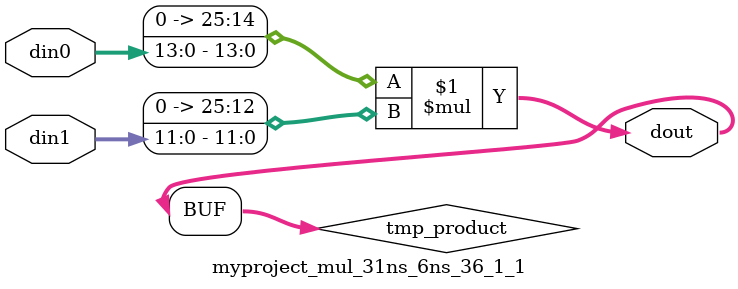
<source format=v>

`timescale 1 ns / 1 ps

  module myproject_mul_31ns_6ns_36_1_1(din0, din1, dout);
parameter ID = 1;
parameter NUM_STAGE = 0;
parameter din0_WIDTH = 14;
parameter din1_WIDTH = 12;
parameter dout_WIDTH = 26;

input [din0_WIDTH - 1 : 0] din0; 
input [din1_WIDTH - 1 : 0] din1; 
output [dout_WIDTH - 1 : 0] dout;

wire signed [dout_WIDTH - 1 : 0] tmp_product;










assign tmp_product = $signed({1'b0, din0}) * $signed({1'b0, din1});











assign dout = tmp_product;







endmodule

</source>
